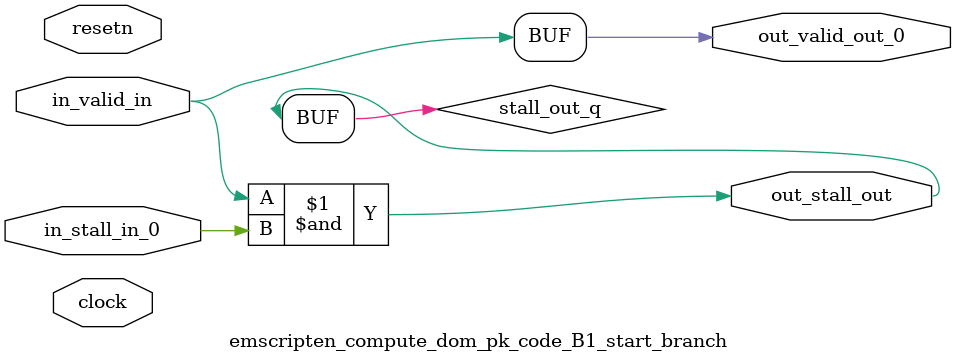
<source format=sv>



(* altera_attribute = "-name AUTO_SHIFT_REGISTER_RECOGNITION OFF; -name MESSAGE_DISABLE 10036; -name MESSAGE_DISABLE 10037; -name MESSAGE_DISABLE 14130; -name MESSAGE_DISABLE 14320; -name MESSAGE_DISABLE 15400; -name MESSAGE_DISABLE 14130; -name MESSAGE_DISABLE 10036; -name MESSAGE_DISABLE 12020; -name MESSAGE_DISABLE 12030; -name MESSAGE_DISABLE 12010; -name MESSAGE_DISABLE 12110; -name MESSAGE_DISABLE 14320; -name MESSAGE_DISABLE 13410; -name MESSAGE_DISABLE 113007; -name MESSAGE_DISABLE 10958" *)
module emscripten_compute_dom_pk_code_B1_start_branch (
    input wire [0:0] in_stall_in_0,
    input wire [0:0] in_valid_in,
    output wire [0:0] out_stall_out,
    output wire [0:0] out_valid_out_0,
    input wire clock,
    input wire resetn
    );

    wire [0:0] stall_out_q;


    // stall_out(LOGICAL,6)
    assign stall_out_q = in_valid_in & in_stall_in_0;

    // out_stall_out(GPOUT,4)
    assign out_stall_out = stall_out_q;

    // out_valid_out_0(GPOUT,5)
    assign out_valid_out_0 = in_valid_in;

endmodule

</source>
